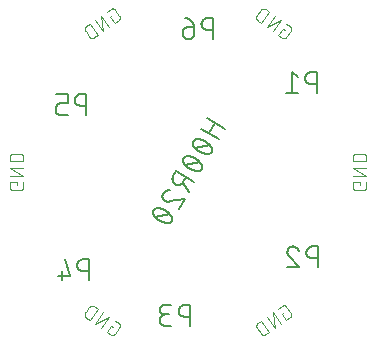
<source format=gbr>
G04 EAGLE Gerber RS-274X export*
G75*
%MOMM*%
%FSLAX34Y34*%
%LPD*%
%INSilkscreen Bottom*%
%IPPOS*%
%AMOC8*
5,1,8,0,0,1.08239X$1,22.5*%
G01*
%ADD10C,0.101600*%
%ADD11C,0.152400*%


D10*
X428096Y466183D02*
X426501Y467300D01*
X422778Y461983D01*
X425968Y459749D01*
X426051Y459694D01*
X426135Y459642D01*
X426222Y459593D01*
X426310Y459547D01*
X426400Y459505D01*
X426492Y459466D01*
X426585Y459431D01*
X426679Y459399D01*
X426774Y459371D01*
X426871Y459347D01*
X426968Y459326D01*
X427066Y459310D01*
X427165Y459296D01*
X427264Y459287D01*
X427363Y459282D01*
X427463Y459280D01*
X427562Y459282D01*
X427661Y459288D01*
X427760Y459298D01*
X427859Y459311D01*
X427957Y459329D01*
X428054Y459350D01*
X428150Y459374D01*
X428246Y459403D01*
X428340Y459435D01*
X428433Y459470D01*
X428524Y459509D01*
X428614Y459552D01*
X428702Y459598D01*
X428788Y459647D01*
X428873Y459700D01*
X428955Y459756D01*
X429035Y459815D01*
X429113Y459877D01*
X429188Y459942D01*
X429261Y460009D01*
X429331Y460080D01*
X429399Y460153D01*
X429463Y460229D01*
X429525Y460307D01*
X429584Y460387D01*
X433307Y465704D01*
X433362Y465787D01*
X433414Y465871D01*
X433463Y465958D01*
X433509Y466046D01*
X433551Y466136D01*
X433590Y466228D01*
X433625Y466321D01*
X433657Y466415D01*
X433685Y466510D01*
X433709Y466607D01*
X433730Y466704D01*
X433746Y466802D01*
X433760Y466901D01*
X433769Y467000D01*
X433774Y467099D01*
X433776Y467199D01*
X433774Y467298D01*
X433768Y467397D01*
X433758Y467496D01*
X433745Y467595D01*
X433727Y467693D01*
X433706Y467790D01*
X433682Y467886D01*
X433653Y467982D01*
X433621Y468076D01*
X433586Y468169D01*
X433547Y468260D01*
X433504Y468350D01*
X433458Y468438D01*
X433409Y468524D01*
X433356Y468609D01*
X433300Y468691D01*
X433241Y468771D01*
X433179Y468849D01*
X433114Y468924D01*
X433047Y468997D01*
X432976Y469067D01*
X432903Y469135D01*
X432827Y469199D01*
X432749Y469261D01*
X432669Y469320D01*
X432670Y469320D02*
X429479Y471554D01*
X424810Y474824D02*
X418108Y465253D01*
X412791Y468976D02*
X424810Y474824D01*
X419492Y478547D02*
X412791Y468976D01*
X408121Y472246D02*
X414822Y481817D01*
X412164Y483678D01*
X412164Y483679D02*
X412070Y483742D01*
X411974Y483802D01*
X411876Y483859D01*
X411776Y483912D01*
X411674Y483962D01*
X411570Y484008D01*
X411465Y484050D01*
X411359Y484089D01*
X411251Y484124D01*
X411142Y484155D01*
X411032Y484183D01*
X410921Y484206D01*
X410810Y484226D01*
X410698Y484242D01*
X410585Y484254D01*
X410472Y484262D01*
X410359Y484266D01*
X410245Y484266D01*
X410132Y484262D01*
X410019Y484254D01*
X409906Y484242D01*
X409794Y484226D01*
X409683Y484206D01*
X409572Y484183D01*
X409462Y484155D01*
X409353Y484124D01*
X409245Y484089D01*
X409139Y484050D01*
X409034Y484008D01*
X408930Y483962D01*
X408828Y483912D01*
X408728Y483859D01*
X408630Y483802D01*
X408534Y483742D01*
X408440Y483679D01*
X408349Y483612D01*
X408259Y483543D01*
X408172Y483470D01*
X408088Y483394D01*
X408007Y483315D01*
X407928Y483234D01*
X407852Y483150D01*
X407779Y483063D01*
X407710Y482974D01*
X407643Y482882D01*
X407644Y482881D02*
X404665Y478628D01*
X404602Y478534D01*
X404542Y478438D01*
X404485Y478340D01*
X404432Y478240D01*
X404382Y478138D01*
X404336Y478034D01*
X404294Y477929D01*
X404255Y477823D01*
X404220Y477715D01*
X404189Y477606D01*
X404161Y477496D01*
X404138Y477385D01*
X404118Y477274D01*
X404102Y477162D01*
X404090Y477049D01*
X404082Y476936D01*
X404078Y476823D01*
X404078Y476709D01*
X404082Y476596D01*
X404090Y476483D01*
X404102Y476370D01*
X404118Y476258D01*
X404138Y476147D01*
X404161Y476036D01*
X404189Y475926D01*
X404220Y475817D01*
X404255Y475709D01*
X404294Y475603D01*
X404336Y475498D01*
X404382Y475394D01*
X404432Y475292D01*
X404485Y475192D01*
X404542Y475094D01*
X404602Y474998D01*
X404665Y474904D01*
X404732Y474812D01*
X404801Y474723D01*
X404874Y474636D01*
X404950Y474552D01*
X405029Y474471D01*
X405110Y474392D01*
X405194Y474316D01*
X405281Y474243D01*
X405371Y474174D01*
X405462Y474107D01*
X408121Y472246D01*
X492049Y337254D02*
X492049Y335306D01*
X492049Y337254D02*
X485558Y337254D01*
X485558Y333359D01*
X485560Y333260D01*
X485566Y333160D01*
X485575Y333061D01*
X485588Y332963D01*
X485605Y332865D01*
X485626Y332767D01*
X485651Y332671D01*
X485679Y332576D01*
X485711Y332482D01*
X485746Y332389D01*
X485785Y332297D01*
X485828Y332207D01*
X485873Y332119D01*
X485923Y332032D01*
X485975Y331948D01*
X486031Y331865D01*
X486089Y331785D01*
X486151Y331707D01*
X486216Y331632D01*
X486284Y331559D01*
X486354Y331489D01*
X486427Y331421D01*
X486502Y331356D01*
X486580Y331294D01*
X486660Y331236D01*
X486743Y331180D01*
X486827Y331128D01*
X486914Y331078D01*
X487002Y331033D01*
X487092Y330990D01*
X487184Y330951D01*
X487277Y330916D01*
X487371Y330884D01*
X487466Y330856D01*
X487562Y330831D01*
X487660Y330810D01*
X487758Y330793D01*
X487856Y330780D01*
X487955Y330771D01*
X488055Y330765D01*
X488154Y330763D01*
X494646Y330763D01*
X494745Y330765D01*
X494845Y330771D01*
X494944Y330780D01*
X495042Y330793D01*
X495140Y330810D01*
X495238Y330831D01*
X495334Y330856D01*
X495429Y330884D01*
X495523Y330916D01*
X495616Y330951D01*
X495708Y330990D01*
X495798Y331033D01*
X495886Y331078D01*
X495973Y331128D01*
X496057Y331180D01*
X496140Y331236D01*
X496220Y331294D01*
X496298Y331356D01*
X496373Y331421D01*
X496446Y331489D01*
X496516Y331559D01*
X496584Y331632D01*
X496649Y331707D01*
X496711Y331785D01*
X496769Y331865D01*
X496825Y331948D01*
X496877Y332032D01*
X496927Y332119D01*
X496972Y332207D01*
X497015Y332297D01*
X497054Y332389D01*
X497089Y332481D01*
X497121Y332576D01*
X497149Y332671D01*
X497174Y332767D01*
X497195Y332865D01*
X497212Y332963D01*
X497225Y333061D01*
X497234Y333160D01*
X497240Y333260D01*
X497242Y333359D01*
X497242Y337254D01*
X497242Y342954D02*
X485558Y342954D01*
X485558Y349446D02*
X497242Y342954D01*
X497242Y349446D02*
X485558Y349446D01*
X485558Y355146D02*
X497242Y355146D01*
X497242Y358392D01*
X497240Y358505D01*
X497234Y358618D01*
X497224Y358731D01*
X497210Y358844D01*
X497193Y358956D01*
X497171Y359067D01*
X497146Y359177D01*
X497116Y359287D01*
X497083Y359395D01*
X497046Y359502D01*
X497006Y359608D01*
X496961Y359712D01*
X496913Y359815D01*
X496862Y359916D01*
X496807Y360015D01*
X496749Y360112D01*
X496687Y360207D01*
X496622Y360300D01*
X496554Y360390D01*
X496483Y360478D01*
X496408Y360564D01*
X496331Y360647D01*
X496251Y360727D01*
X496168Y360804D01*
X496082Y360879D01*
X495994Y360950D01*
X495904Y361018D01*
X495811Y361083D01*
X495716Y361145D01*
X495619Y361203D01*
X495520Y361258D01*
X495419Y361309D01*
X495316Y361357D01*
X495212Y361402D01*
X495106Y361442D01*
X494999Y361479D01*
X494891Y361512D01*
X494781Y361542D01*
X494671Y361567D01*
X494560Y361589D01*
X494448Y361606D01*
X494335Y361620D01*
X494222Y361630D01*
X494109Y361636D01*
X493996Y361638D01*
X488804Y361638D01*
X488691Y361636D01*
X488578Y361630D01*
X488465Y361620D01*
X488352Y361606D01*
X488240Y361589D01*
X488129Y361567D01*
X488019Y361542D01*
X487909Y361512D01*
X487801Y361479D01*
X487694Y361442D01*
X487588Y361402D01*
X487484Y361357D01*
X487381Y361309D01*
X487280Y361258D01*
X487181Y361203D01*
X487084Y361145D01*
X486989Y361083D01*
X486896Y361018D01*
X486806Y360950D01*
X486718Y360879D01*
X486632Y360804D01*
X486549Y360727D01*
X486469Y360647D01*
X486392Y360564D01*
X486317Y360478D01*
X486246Y360390D01*
X486178Y360300D01*
X486113Y360207D01*
X486051Y360112D01*
X485993Y360015D01*
X485938Y359916D01*
X485887Y359815D01*
X485839Y359712D01*
X485794Y359608D01*
X485754Y359502D01*
X485717Y359395D01*
X485684Y359287D01*
X485654Y359177D01*
X485629Y359067D01*
X485607Y358956D01*
X485590Y358844D01*
X485576Y358731D01*
X485566Y358618D01*
X485560Y358505D01*
X485558Y358392D01*
X485558Y355146D01*
X427351Y227280D02*
X425756Y226163D01*
X429479Y220846D01*
X432670Y223080D01*
X432669Y223080D02*
X432749Y223139D01*
X432827Y223201D01*
X432903Y223265D01*
X432976Y223333D01*
X433047Y223403D01*
X433114Y223476D01*
X433179Y223551D01*
X433241Y223629D01*
X433300Y223709D01*
X433356Y223791D01*
X433409Y223876D01*
X433458Y223962D01*
X433504Y224050D01*
X433547Y224140D01*
X433586Y224231D01*
X433621Y224324D01*
X433653Y224418D01*
X433682Y224514D01*
X433706Y224610D01*
X433727Y224707D01*
X433745Y224805D01*
X433758Y224904D01*
X433768Y225003D01*
X433774Y225102D01*
X433776Y225201D01*
X433774Y225301D01*
X433769Y225400D01*
X433759Y225499D01*
X433746Y225598D01*
X433730Y225696D01*
X433709Y225793D01*
X433685Y225890D01*
X433657Y225985D01*
X433625Y226079D01*
X433590Y226172D01*
X433551Y226264D01*
X433509Y226354D01*
X433463Y226442D01*
X433414Y226529D01*
X433362Y226613D01*
X433307Y226696D01*
X429584Y232013D01*
X429525Y232093D01*
X429463Y232171D01*
X429399Y232247D01*
X429331Y232320D01*
X429261Y232391D01*
X429188Y232458D01*
X429113Y232523D01*
X429035Y232585D01*
X428955Y232644D01*
X428873Y232700D01*
X428788Y232753D01*
X428702Y232802D01*
X428614Y232848D01*
X428524Y232891D01*
X428433Y232930D01*
X428340Y232965D01*
X428246Y232997D01*
X428150Y233026D01*
X428054Y233050D01*
X427957Y233071D01*
X427859Y233089D01*
X427760Y233102D01*
X427661Y233112D01*
X427562Y233118D01*
X427463Y233120D01*
X427363Y233118D01*
X427264Y233113D01*
X427165Y233104D01*
X427066Y233090D01*
X426968Y233074D01*
X426871Y233053D01*
X426774Y233029D01*
X426679Y233001D01*
X426585Y232969D01*
X426492Y232934D01*
X426400Y232895D01*
X426310Y232853D01*
X426222Y232807D01*
X426135Y232758D01*
X426051Y232706D01*
X425968Y232651D01*
X422778Y230417D01*
X418108Y227147D02*
X424809Y217576D01*
X419492Y213853D02*
X418108Y227147D01*
X412791Y223424D02*
X419492Y213853D01*
X414822Y210583D02*
X408121Y220154D01*
X405462Y218292D01*
X405462Y218293D02*
X405371Y218226D01*
X405281Y218157D01*
X405194Y218084D01*
X405110Y218008D01*
X405029Y217929D01*
X404950Y217848D01*
X404874Y217764D01*
X404801Y217677D01*
X404732Y217588D01*
X404665Y217496D01*
X404602Y217402D01*
X404542Y217306D01*
X404485Y217208D01*
X404432Y217108D01*
X404382Y217006D01*
X404336Y216902D01*
X404294Y216797D01*
X404255Y216691D01*
X404220Y216583D01*
X404189Y216474D01*
X404161Y216364D01*
X404138Y216253D01*
X404118Y216142D01*
X404102Y216030D01*
X404090Y215917D01*
X404082Y215804D01*
X404078Y215691D01*
X404078Y215577D01*
X404082Y215464D01*
X404090Y215351D01*
X404102Y215238D01*
X404118Y215126D01*
X404138Y215015D01*
X404161Y214904D01*
X404189Y214794D01*
X404220Y214685D01*
X404255Y214577D01*
X404294Y214471D01*
X404336Y214366D01*
X404382Y214262D01*
X404432Y214160D01*
X404485Y214060D01*
X404542Y213962D01*
X404602Y213866D01*
X404665Y213772D01*
X407644Y209518D01*
X407643Y209518D02*
X407710Y209427D01*
X407779Y209337D01*
X407852Y209250D01*
X407928Y209166D01*
X408007Y209085D01*
X408088Y209006D01*
X408172Y208930D01*
X408259Y208857D01*
X408349Y208788D01*
X408440Y208721D01*
X408534Y208658D01*
X408630Y208598D01*
X408728Y208541D01*
X408828Y208488D01*
X408930Y208438D01*
X409034Y208392D01*
X409139Y208350D01*
X409245Y208311D01*
X409353Y208276D01*
X409462Y208245D01*
X409572Y208217D01*
X409683Y208194D01*
X409794Y208174D01*
X409906Y208158D01*
X410019Y208146D01*
X410132Y208138D01*
X410245Y208134D01*
X410359Y208134D01*
X410472Y208138D01*
X410585Y208146D01*
X410698Y208158D01*
X410810Y208174D01*
X410921Y208194D01*
X411032Y208217D01*
X411142Y208245D01*
X411251Y208276D01*
X411359Y208311D01*
X411465Y208350D01*
X411570Y208392D01*
X411674Y208438D01*
X411776Y208488D01*
X411876Y208541D01*
X411974Y208598D01*
X412070Y208658D01*
X412164Y208721D01*
X414822Y210583D01*
X282896Y214783D02*
X281301Y215900D01*
X277578Y210583D01*
X280768Y208349D01*
X280851Y208294D01*
X280935Y208242D01*
X281022Y208193D01*
X281110Y208147D01*
X281200Y208105D01*
X281292Y208066D01*
X281385Y208031D01*
X281479Y207999D01*
X281574Y207971D01*
X281671Y207947D01*
X281768Y207926D01*
X281866Y207910D01*
X281965Y207896D01*
X282064Y207887D01*
X282163Y207882D01*
X282263Y207880D01*
X282362Y207882D01*
X282461Y207888D01*
X282560Y207898D01*
X282659Y207911D01*
X282757Y207929D01*
X282854Y207950D01*
X282950Y207974D01*
X283046Y208003D01*
X283140Y208035D01*
X283233Y208070D01*
X283324Y208109D01*
X283414Y208152D01*
X283502Y208198D01*
X283588Y208247D01*
X283673Y208300D01*
X283755Y208356D01*
X283835Y208415D01*
X283913Y208477D01*
X283988Y208542D01*
X284061Y208609D01*
X284131Y208680D01*
X284199Y208753D01*
X284263Y208829D01*
X284325Y208907D01*
X284384Y208987D01*
X288107Y214304D01*
X288162Y214387D01*
X288214Y214471D01*
X288263Y214558D01*
X288309Y214646D01*
X288351Y214736D01*
X288390Y214828D01*
X288425Y214921D01*
X288457Y215015D01*
X288485Y215110D01*
X288509Y215207D01*
X288530Y215304D01*
X288546Y215402D01*
X288560Y215501D01*
X288569Y215600D01*
X288574Y215699D01*
X288576Y215799D01*
X288574Y215898D01*
X288568Y215997D01*
X288558Y216096D01*
X288545Y216195D01*
X288527Y216293D01*
X288506Y216390D01*
X288482Y216486D01*
X288453Y216582D01*
X288421Y216676D01*
X288386Y216769D01*
X288347Y216860D01*
X288304Y216950D01*
X288258Y217038D01*
X288209Y217124D01*
X288156Y217209D01*
X288100Y217291D01*
X288041Y217371D01*
X287979Y217449D01*
X287914Y217524D01*
X287847Y217597D01*
X287776Y217667D01*
X287703Y217735D01*
X287627Y217799D01*
X287549Y217861D01*
X287469Y217920D01*
X287470Y217920D02*
X284279Y220154D01*
X279610Y223424D02*
X272908Y213853D01*
X267591Y217576D02*
X279610Y223424D01*
X274292Y227147D02*
X267591Y217576D01*
X262921Y220846D02*
X269622Y230417D01*
X266964Y232278D01*
X266964Y232279D02*
X266870Y232342D01*
X266774Y232402D01*
X266676Y232459D01*
X266576Y232512D01*
X266474Y232562D01*
X266370Y232608D01*
X266265Y232650D01*
X266159Y232689D01*
X266051Y232724D01*
X265942Y232755D01*
X265832Y232783D01*
X265721Y232806D01*
X265610Y232826D01*
X265498Y232842D01*
X265385Y232854D01*
X265272Y232862D01*
X265159Y232866D01*
X265045Y232866D01*
X264932Y232862D01*
X264819Y232854D01*
X264706Y232842D01*
X264594Y232826D01*
X264483Y232806D01*
X264372Y232783D01*
X264262Y232755D01*
X264153Y232724D01*
X264045Y232689D01*
X263939Y232650D01*
X263834Y232608D01*
X263730Y232562D01*
X263628Y232512D01*
X263528Y232459D01*
X263430Y232402D01*
X263334Y232342D01*
X263240Y232279D01*
X263149Y232212D01*
X263059Y232143D01*
X262972Y232070D01*
X262888Y231994D01*
X262807Y231915D01*
X262728Y231834D01*
X262652Y231750D01*
X262579Y231663D01*
X262510Y231574D01*
X262443Y231482D01*
X262444Y231481D02*
X259465Y227228D01*
X259402Y227134D01*
X259342Y227038D01*
X259285Y226940D01*
X259232Y226840D01*
X259182Y226738D01*
X259136Y226634D01*
X259094Y226529D01*
X259055Y226423D01*
X259020Y226315D01*
X258989Y226206D01*
X258961Y226096D01*
X258938Y225985D01*
X258918Y225874D01*
X258902Y225762D01*
X258890Y225649D01*
X258882Y225536D01*
X258878Y225423D01*
X258878Y225309D01*
X258882Y225196D01*
X258890Y225083D01*
X258902Y224970D01*
X258918Y224858D01*
X258938Y224747D01*
X258961Y224636D01*
X258989Y224526D01*
X259020Y224417D01*
X259055Y224309D01*
X259094Y224203D01*
X259136Y224098D01*
X259182Y223994D01*
X259232Y223892D01*
X259285Y223792D01*
X259342Y223694D01*
X259402Y223598D01*
X259465Y223504D01*
X259532Y223412D01*
X259601Y223323D01*
X259674Y223236D01*
X259750Y223152D01*
X259829Y223071D01*
X259910Y222992D01*
X259994Y222916D01*
X260081Y222843D01*
X260171Y222774D01*
X260262Y222707D01*
X262921Y220846D01*
X201649Y335306D02*
X201649Y337254D01*
X195158Y337254D01*
X195158Y333359D01*
X195160Y333260D01*
X195166Y333160D01*
X195175Y333061D01*
X195188Y332963D01*
X195205Y332865D01*
X195226Y332767D01*
X195251Y332671D01*
X195279Y332576D01*
X195311Y332482D01*
X195346Y332389D01*
X195385Y332297D01*
X195428Y332207D01*
X195473Y332119D01*
X195523Y332032D01*
X195575Y331948D01*
X195631Y331865D01*
X195689Y331785D01*
X195751Y331707D01*
X195816Y331632D01*
X195884Y331559D01*
X195954Y331489D01*
X196027Y331421D01*
X196102Y331356D01*
X196180Y331294D01*
X196260Y331236D01*
X196343Y331180D01*
X196427Y331128D01*
X196514Y331078D01*
X196602Y331033D01*
X196692Y330990D01*
X196784Y330951D01*
X196877Y330916D01*
X196971Y330884D01*
X197066Y330856D01*
X197162Y330831D01*
X197260Y330810D01*
X197358Y330793D01*
X197456Y330780D01*
X197555Y330771D01*
X197655Y330765D01*
X197754Y330763D01*
X204246Y330763D01*
X204345Y330765D01*
X204445Y330771D01*
X204544Y330780D01*
X204642Y330793D01*
X204740Y330810D01*
X204838Y330831D01*
X204934Y330856D01*
X205029Y330884D01*
X205123Y330916D01*
X205216Y330951D01*
X205308Y330990D01*
X205398Y331033D01*
X205486Y331078D01*
X205573Y331128D01*
X205657Y331180D01*
X205740Y331236D01*
X205820Y331294D01*
X205898Y331356D01*
X205973Y331421D01*
X206046Y331489D01*
X206116Y331559D01*
X206184Y331632D01*
X206249Y331707D01*
X206311Y331785D01*
X206369Y331865D01*
X206425Y331948D01*
X206477Y332032D01*
X206527Y332119D01*
X206572Y332207D01*
X206615Y332297D01*
X206654Y332389D01*
X206689Y332481D01*
X206721Y332576D01*
X206749Y332671D01*
X206774Y332767D01*
X206795Y332865D01*
X206812Y332963D01*
X206825Y333061D01*
X206834Y333160D01*
X206840Y333260D01*
X206842Y333359D01*
X206842Y337254D01*
X206842Y342954D02*
X195158Y342954D01*
X195158Y349446D02*
X206842Y342954D01*
X206842Y349446D02*
X195158Y349446D01*
X195158Y355146D02*
X206842Y355146D01*
X206842Y358392D01*
X206840Y358505D01*
X206834Y358618D01*
X206824Y358731D01*
X206810Y358844D01*
X206793Y358956D01*
X206771Y359067D01*
X206746Y359177D01*
X206716Y359287D01*
X206683Y359395D01*
X206646Y359502D01*
X206606Y359608D01*
X206561Y359712D01*
X206513Y359815D01*
X206462Y359916D01*
X206407Y360015D01*
X206349Y360112D01*
X206287Y360207D01*
X206222Y360300D01*
X206154Y360390D01*
X206083Y360478D01*
X206008Y360564D01*
X205931Y360647D01*
X205851Y360727D01*
X205768Y360804D01*
X205682Y360879D01*
X205594Y360950D01*
X205504Y361018D01*
X205411Y361083D01*
X205316Y361145D01*
X205219Y361203D01*
X205120Y361258D01*
X205019Y361309D01*
X204916Y361357D01*
X204812Y361402D01*
X204706Y361442D01*
X204599Y361479D01*
X204491Y361512D01*
X204381Y361542D01*
X204271Y361567D01*
X204160Y361589D01*
X204048Y361606D01*
X203935Y361620D01*
X203822Y361630D01*
X203709Y361636D01*
X203596Y361638D01*
X198404Y361638D01*
X198291Y361636D01*
X198178Y361630D01*
X198065Y361620D01*
X197952Y361606D01*
X197840Y361589D01*
X197729Y361567D01*
X197619Y361542D01*
X197509Y361512D01*
X197401Y361479D01*
X197294Y361442D01*
X197188Y361402D01*
X197084Y361357D01*
X196981Y361309D01*
X196880Y361258D01*
X196781Y361203D01*
X196684Y361145D01*
X196589Y361083D01*
X196496Y361018D01*
X196406Y360950D01*
X196318Y360879D01*
X196232Y360804D01*
X196149Y360727D01*
X196069Y360647D01*
X195992Y360564D01*
X195917Y360478D01*
X195846Y360390D01*
X195778Y360300D01*
X195713Y360207D01*
X195651Y360112D01*
X195593Y360015D01*
X195538Y359916D01*
X195487Y359815D01*
X195439Y359712D01*
X195394Y359608D01*
X195354Y359502D01*
X195317Y359395D01*
X195284Y359287D01*
X195254Y359177D01*
X195229Y359067D01*
X195207Y358956D01*
X195190Y358844D01*
X195176Y358731D01*
X195166Y358618D01*
X195160Y358505D01*
X195158Y358392D01*
X195158Y355146D01*
X280556Y477563D02*
X282151Y478680D01*
X280556Y477563D02*
X284279Y472246D01*
X287470Y474480D01*
X287469Y474480D02*
X287549Y474539D01*
X287627Y474601D01*
X287703Y474665D01*
X287776Y474733D01*
X287847Y474803D01*
X287914Y474876D01*
X287979Y474951D01*
X288041Y475029D01*
X288100Y475109D01*
X288156Y475191D01*
X288209Y475276D01*
X288258Y475362D01*
X288304Y475450D01*
X288347Y475540D01*
X288386Y475631D01*
X288421Y475724D01*
X288453Y475818D01*
X288482Y475914D01*
X288506Y476010D01*
X288527Y476107D01*
X288545Y476205D01*
X288558Y476304D01*
X288568Y476403D01*
X288574Y476502D01*
X288576Y476601D01*
X288574Y476701D01*
X288569Y476800D01*
X288559Y476899D01*
X288546Y476998D01*
X288530Y477096D01*
X288509Y477193D01*
X288485Y477290D01*
X288457Y477385D01*
X288425Y477479D01*
X288390Y477572D01*
X288351Y477664D01*
X288309Y477754D01*
X288263Y477842D01*
X288214Y477929D01*
X288162Y478013D01*
X288107Y478096D01*
X284384Y483413D01*
X284325Y483493D01*
X284263Y483571D01*
X284199Y483647D01*
X284131Y483720D01*
X284061Y483791D01*
X283988Y483858D01*
X283913Y483923D01*
X283835Y483985D01*
X283755Y484044D01*
X283673Y484100D01*
X283588Y484153D01*
X283502Y484202D01*
X283414Y484248D01*
X283324Y484291D01*
X283233Y484330D01*
X283140Y484365D01*
X283046Y484397D01*
X282950Y484426D01*
X282854Y484450D01*
X282757Y484471D01*
X282659Y484489D01*
X282560Y484502D01*
X282461Y484512D01*
X282362Y484518D01*
X282263Y484520D01*
X282163Y484518D01*
X282064Y484513D01*
X281965Y484504D01*
X281866Y484490D01*
X281768Y484474D01*
X281671Y484453D01*
X281574Y484429D01*
X281479Y484401D01*
X281385Y484369D01*
X281292Y484334D01*
X281200Y484295D01*
X281110Y484253D01*
X281022Y484207D01*
X280935Y484158D01*
X280851Y484106D01*
X280768Y484051D01*
X277578Y481817D01*
X272908Y478547D02*
X279609Y468976D01*
X274292Y465253D02*
X272908Y478547D01*
X267591Y474824D02*
X274292Y465253D01*
X269622Y461983D02*
X262921Y471554D01*
X260262Y469692D01*
X260262Y469693D02*
X260171Y469626D01*
X260081Y469557D01*
X259994Y469484D01*
X259910Y469408D01*
X259829Y469329D01*
X259750Y469248D01*
X259674Y469164D01*
X259601Y469077D01*
X259532Y468988D01*
X259465Y468896D01*
X259402Y468802D01*
X259342Y468706D01*
X259285Y468608D01*
X259232Y468508D01*
X259182Y468406D01*
X259136Y468302D01*
X259094Y468197D01*
X259055Y468091D01*
X259020Y467983D01*
X258989Y467874D01*
X258961Y467764D01*
X258938Y467653D01*
X258918Y467542D01*
X258902Y467430D01*
X258890Y467317D01*
X258882Y467204D01*
X258878Y467091D01*
X258878Y466977D01*
X258882Y466864D01*
X258890Y466751D01*
X258902Y466638D01*
X258918Y466526D01*
X258938Y466415D01*
X258961Y466304D01*
X258989Y466194D01*
X259020Y466085D01*
X259055Y465977D01*
X259094Y465871D01*
X259136Y465766D01*
X259182Y465662D01*
X259232Y465560D01*
X259285Y465460D01*
X259342Y465362D01*
X259402Y465266D01*
X259465Y465172D01*
X262444Y460918D01*
X262443Y460918D02*
X262510Y460827D01*
X262579Y460737D01*
X262652Y460650D01*
X262728Y460566D01*
X262807Y460485D01*
X262888Y460406D01*
X262972Y460330D01*
X263059Y460257D01*
X263149Y460188D01*
X263240Y460121D01*
X263334Y460058D01*
X263430Y459998D01*
X263528Y459941D01*
X263628Y459888D01*
X263730Y459838D01*
X263834Y459792D01*
X263939Y459750D01*
X264045Y459711D01*
X264153Y459676D01*
X264262Y459645D01*
X264372Y459617D01*
X264483Y459594D01*
X264594Y459574D01*
X264706Y459558D01*
X264819Y459546D01*
X264932Y459538D01*
X265045Y459534D01*
X265159Y459534D01*
X265272Y459538D01*
X265385Y459546D01*
X265498Y459558D01*
X265610Y459574D01*
X265721Y459594D01*
X265832Y459617D01*
X265942Y459645D01*
X266051Y459676D01*
X266159Y459711D01*
X266265Y459750D01*
X266370Y459792D01*
X266474Y459838D01*
X266576Y459888D01*
X266676Y459941D01*
X266774Y459998D01*
X266870Y460058D01*
X266964Y460121D01*
X269622Y461983D01*
D11*
X455250Y430686D02*
X455250Y412906D01*
X455250Y430686D02*
X450312Y430686D01*
X450172Y430684D01*
X450033Y430678D01*
X449893Y430668D01*
X449754Y430654D01*
X449615Y430637D01*
X449477Y430615D01*
X449340Y430589D01*
X449203Y430560D01*
X449067Y430527D01*
X448933Y430490D01*
X448799Y430449D01*
X448667Y430404D01*
X448535Y430355D01*
X448406Y430303D01*
X448278Y430248D01*
X448151Y430188D01*
X448026Y430125D01*
X447903Y430059D01*
X447782Y429989D01*
X447663Y429916D01*
X447546Y429839D01*
X447432Y429759D01*
X447319Y429676D01*
X447209Y429590D01*
X447102Y429500D01*
X446997Y429408D01*
X446895Y429313D01*
X446795Y429215D01*
X446698Y429114D01*
X446604Y429010D01*
X446514Y428904D01*
X446426Y428795D01*
X446341Y428684D01*
X446260Y428570D01*
X446181Y428455D01*
X446106Y428337D01*
X446035Y428217D01*
X445967Y428094D01*
X445902Y427971D01*
X445841Y427845D01*
X445783Y427717D01*
X445729Y427589D01*
X445679Y427458D01*
X445632Y427326D01*
X445589Y427193D01*
X445550Y427059D01*
X445515Y426924D01*
X445484Y426788D01*
X445456Y426650D01*
X445433Y426513D01*
X445413Y426374D01*
X445397Y426235D01*
X445385Y426096D01*
X445377Y425957D01*
X445373Y425817D01*
X445373Y425677D01*
X445377Y425537D01*
X445385Y425398D01*
X445397Y425259D01*
X445413Y425120D01*
X445433Y424981D01*
X445456Y424844D01*
X445484Y424706D01*
X445515Y424570D01*
X445550Y424435D01*
X445589Y424301D01*
X445632Y424168D01*
X445679Y424036D01*
X445729Y423905D01*
X445783Y423777D01*
X445841Y423649D01*
X445902Y423523D01*
X445967Y423400D01*
X446035Y423278D01*
X446106Y423157D01*
X446181Y423039D01*
X446260Y422924D01*
X446341Y422810D01*
X446426Y422699D01*
X446514Y422590D01*
X446604Y422484D01*
X446698Y422380D01*
X446795Y422279D01*
X446895Y422181D01*
X446997Y422086D01*
X447102Y421994D01*
X447209Y421904D01*
X447319Y421818D01*
X447432Y421735D01*
X447546Y421655D01*
X447663Y421578D01*
X447782Y421505D01*
X447903Y421435D01*
X448026Y421369D01*
X448151Y421306D01*
X448278Y421246D01*
X448406Y421191D01*
X448535Y421139D01*
X448667Y421090D01*
X448799Y421045D01*
X448933Y421004D01*
X449067Y420967D01*
X449203Y420934D01*
X449340Y420905D01*
X449477Y420879D01*
X449615Y420857D01*
X449754Y420840D01*
X449893Y420826D01*
X450033Y420816D01*
X450172Y420810D01*
X450312Y420808D01*
X455250Y420808D01*
X439255Y426735D02*
X434316Y430686D01*
X434316Y412906D01*
X429378Y412906D02*
X439255Y412906D01*
X456266Y283050D02*
X456266Y265270D01*
X456266Y283050D02*
X451328Y283050D01*
X451188Y283048D01*
X451049Y283042D01*
X450909Y283032D01*
X450770Y283018D01*
X450631Y283001D01*
X450493Y282979D01*
X450356Y282953D01*
X450219Y282924D01*
X450083Y282891D01*
X449949Y282854D01*
X449815Y282813D01*
X449683Y282768D01*
X449551Y282719D01*
X449422Y282667D01*
X449294Y282612D01*
X449167Y282552D01*
X449042Y282489D01*
X448919Y282423D01*
X448798Y282353D01*
X448679Y282280D01*
X448562Y282203D01*
X448448Y282123D01*
X448335Y282040D01*
X448225Y281954D01*
X448118Y281864D01*
X448013Y281772D01*
X447911Y281677D01*
X447811Y281579D01*
X447714Y281478D01*
X447620Y281374D01*
X447530Y281268D01*
X447442Y281159D01*
X447357Y281048D01*
X447276Y280934D01*
X447197Y280819D01*
X447122Y280701D01*
X447051Y280581D01*
X446983Y280458D01*
X446918Y280335D01*
X446857Y280209D01*
X446799Y280081D01*
X446745Y279953D01*
X446695Y279822D01*
X446648Y279690D01*
X446605Y279557D01*
X446566Y279423D01*
X446531Y279288D01*
X446500Y279152D01*
X446472Y279014D01*
X446449Y278877D01*
X446429Y278738D01*
X446413Y278599D01*
X446401Y278460D01*
X446393Y278321D01*
X446389Y278181D01*
X446389Y278041D01*
X446393Y277901D01*
X446401Y277762D01*
X446413Y277623D01*
X446429Y277484D01*
X446449Y277345D01*
X446472Y277208D01*
X446500Y277070D01*
X446531Y276934D01*
X446566Y276799D01*
X446605Y276665D01*
X446648Y276532D01*
X446695Y276400D01*
X446745Y276269D01*
X446799Y276141D01*
X446857Y276013D01*
X446918Y275887D01*
X446983Y275764D01*
X447051Y275642D01*
X447122Y275521D01*
X447197Y275403D01*
X447276Y275288D01*
X447357Y275174D01*
X447442Y275063D01*
X447530Y274954D01*
X447620Y274848D01*
X447714Y274744D01*
X447811Y274643D01*
X447911Y274545D01*
X448013Y274450D01*
X448118Y274358D01*
X448225Y274268D01*
X448335Y274182D01*
X448448Y274099D01*
X448562Y274019D01*
X448679Y273942D01*
X448798Y273869D01*
X448919Y273799D01*
X449042Y273733D01*
X449167Y273670D01*
X449294Y273610D01*
X449422Y273555D01*
X449551Y273503D01*
X449683Y273454D01*
X449815Y273409D01*
X449949Y273368D01*
X450083Y273331D01*
X450219Y273298D01*
X450356Y273269D01*
X450493Y273243D01*
X450631Y273221D01*
X450770Y273204D01*
X450909Y273190D01*
X451049Y273180D01*
X451188Y273174D01*
X451328Y273172D01*
X456266Y273172D01*
X434839Y283050D02*
X434707Y283048D01*
X434576Y283042D01*
X434444Y283032D01*
X434313Y283019D01*
X434183Y283001D01*
X434053Y282980D01*
X433923Y282955D01*
X433795Y282926D01*
X433667Y282893D01*
X433541Y282856D01*
X433415Y282816D01*
X433291Y282772D01*
X433168Y282724D01*
X433047Y282673D01*
X432927Y282618D01*
X432809Y282560D01*
X432693Y282498D01*
X432579Y282432D01*
X432466Y282364D01*
X432356Y282292D01*
X432248Y282217D01*
X432142Y282138D01*
X432038Y282057D01*
X431937Y281972D01*
X431839Y281885D01*
X431743Y281794D01*
X431650Y281701D01*
X431559Y281605D01*
X431472Y281507D01*
X431387Y281406D01*
X431306Y281302D01*
X431227Y281196D01*
X431152Y281088D01*
X431080Y280978D01*
X431012Y280865D01*
X430946Y280751D01*
X430884Y280635D01*
X430826Y280517D01*
X430771Y280397D01*
X430720Y280276D01*
X430672Y280153D01*
X430628Y280029D01*
X430588Y279903D01*
X430551Y279777D01*
X430518Y279649D01*
X430489Y279521D01*
X430464Y279391D01*
X430443Y279261D01*
X430425Y279131D01*
X430412Y279000D01*
X430402Y278868D01*
X430396Y278737D01*
X430394Y278605D01*
X434839Y283050D02*
X434989Y283048D01*
X435138Y283042D01*
X435287Y283032D01*
X435436Y283019D01*
X435585Y283001D01*
X435733Y282980D01*
X435881Y282954D01*
X436027Y282925D01*
X436173Y282892D01*
X436318Y282855D01*
X436462Y282814D01*
X436605Y282770D01*
X436747Y282722D01*
X436887Y282670D01*
X437026Y282615D01*
X437164Y282556D01*
X437299Y282493D01*
X437434Y282427D01*
X437566Y282357D01*
X437696Y282284D01*
X437825Y282207D01*
X437952Y282127D01*
X438076Y282044D01*
X438198Y281958D01*
X438318Y281868D01*
X438435Y281775D01*
X438550Y281680D01*
X438663Y281581D01*
X438773Y281479D01*
X438880Y281375D01*
X438984Y281268D01*
X439086Y281158D01*
X439184Y281045D01*
X439280Y280930D01*
X439372Y280812D01*
X439462Y280692D01*
X439548Y280570D01*
X439631Y280446D01*
X439711Y280319D01*
X439787Y280191D01*
X439860Y280060D01*
X439930Y279927D01*
X439996Y279793D01*
X440058Y279657D01*
X440117Y279520D01*
X440173Y279381D01*
X440224Y279240D01*
X440272Y279099D01*
X431876Y275148D02*
X431780Y275241D01*
X431688Y275337D01*
X431598Y275436D01*
X431511Y275537D01*
X431427Y275640D01*
X431345Y275745D01*
X431267Y275853D01*
X431192Y275963D01*
X431119Y276075D01*
X431050Y276189D01*
X430984Y276305D01*
X430922Y276423D01*
X430863Y276542D01*
X430807Y276663D01*
X430754Y276786D01*
X430705Y276910D01*
X430660Y277035D01*
X430617Y277162D01*
X430579Y277289D01*
X430544Y277418D01*
X430513Y277547D01*
X430485Y277678D01*
X430461Y277809D01*
X430440Y277941D01*
X430424Y278073D01*
X430411Y278206D01*
X430401Y278339D01*
X430396Y278472D01*
X430394Y278605D01*
X431875Y275148D02*
X440271Y265270D01*
X430394Y265270D01*
X348214Y233490D02*
X348214Y215710D01*
X348214Y233490D02*
X343276Y233490D01*
X343136Y233488D01*
X342997Y233482D01*
X342857Y233472D01*
X342718Y233458D01*
X342579Y233441D01*
X342441Y233419D01*
X342304Y233393D01*
X342167Y233364D01*
X342031Y233331D01*
X341897Y233294D01*
X341763Y233253D01*
X341631Y233208D01*
X341499Y233159D01*
X341370Y233107D01*
X341242Y233052D01*
X341115Y232992D01*
X340990Y232929D01*
X340867Y232863D01*
X340746Y232793D01*
X340627Y232720D01*
X340510Y232643D01*
X340396Y232563D01*
X340283Y232480D01*
X340173Y232394D01*
X340066Y232304D01*
X339961Y232212D01*
X339859Y232117D01*
X339759Y232019D01*
X339662Y231918D01*
X339568Y231814D01*
X339478Y231708D01*
X339390Y231599D01*
X339305Y231488D01*
X339224Y231374D01*
X339145Y231259D01*
X339070Y231141D01*
X338999Y231021D01*
X338931Y230898D01*
X338866Y230775D01*
X338805Y230649D01*
X338747Y230521D01*
X338693Y230393D01*
X338643Y230262D01*
X338596Y230130D01*
X338553Y229997D01*
X338514Y229863D01*
X338479Y229728D01*
X338448Y229592D01*
X338420Y229454D01*
X338397Y229317D01*
X338377Y229178D01*
X338361Y229039D01*
X338349Y228900D01*
X338341Y228761D01*
X338337Y228621D01*
X338337Y228481D01*
X338341Y228341D01*
X338349Y228202D01*
X338361Y228063D01*
X338377Y227924D01*
X338397Y227785D01*
X338420Y227648D01*
X338448Y227510D01*
X338479Y227374D01*
X338514Y227239D01*
X338553Y227105D01*
X338596Y226972D01*
X338643Y226840D01*
X338693Y226709D01*
X338747Y226581D01*
X338805Y226453D01*
X338866Y226327D01*
X338931Y226204D01*
X338999Y226081D01*
X339070Y225961D01*
X339145Y225843D01*
X339224Y225728D01*
X339305Y225614D01*
X339390Y225503D01*
X339478Y225394D01*
X339568Y225288D01*
X339662Y225184D01*
X339759Y225083D01*
X339859Y224985D01*
X339961Y224890D01*
X340066Y224798D01*
X340173Y224708D01*
X340283Y224622D01*
X340396Y224539D01*
X340510Y224459D01*
X340627Y224382D01*
X340746Y224309D01*
X340867Y224239D01*
X340990Y224173D01*
X341115Y224110D01*
X341242Y224050D01*
X341370Y223995D01*
X341499Y223943D01*
X341631Y223894D01*
X341763Y223849D01*
X341897Y223808D01*
X342031Y223771D01*
X342167Y223738D01*
X342304Y223709D01*
X342441Y223683D01*
X342579Y223661D01*
X342718Y223644D01*
X342857Y223630D01*
X342997Y223620D01*
X343136Y223614D01*
X343276Y223612D01*
X348214Y223612D01*
X332219Y215710D02*
X327280Y215710D01*
X327140Y215712D01*
X327001Y215718D01*
X326861Y215728D01*
X326722Y215742D01*
X326583Y215759D01*
X326445Y215781D01*
X326308Y215807D01*
X326171Y215836D01*
X326035Y215869D01*
X325901Y215906D01*
X325767Y215947D01*
X325635Y215992D01*
X325503Y216041D01*
X325374Y216093D01*
X325246Y216148D01*
X325119Y216208D01*
X324994Y216271D01*
X324871Y216337D01*
X324750Y216407D01*
X324631Y216480D01*
X324514Y216557D01*
X324400Y216637D01*
X324287Y216720D01*
X324177Y216806D01*
X324070Y216896D01*
X323965Y216988D01*
X323863Y217083D01*
X323763Y217181D01*
X323666Y217282D01*
X323572Y217386D01*
X323482Y217492D01*
X323394Y217601D01*
X323309Y217712D01*
X323228Y217826D01*
X323149Y217941D01*
X323074Y218059D01*
X323003Y218179D01*
X322935Y218302D01*
X322870Y218425D01*
X322809Y218551D01*
X322751Y218679D01*
X322697Y218807D01*
X322647Y218938D01*
X322600Y219070D01*
X322557Y219203D01*
X322518Y219337D01*
X322483Y219472D01*
X322452Y219608D01*
X322424Y219746D01*
X322401Y219883D01*
X322381Y220022D01*
X322365Y220161D01*
X322353Y220300D01*
X322345Y220439D01*
X322341Y220579D01*
X322341Y220719D01*
X322345Y220859D01*
X322353Y220998D01*
X322365Y221137D01*
X322381Y221276D01*
X322401Y221415D01*
X322424Y221552D01*
X322452Y221690D01*
X322483Y221826D01*
X322518Y221961D01*
X322557Y222095D01*
X322600Y222228D01*
X322647Y222360D01*
X322697Y222491D01*
X322751Y222619D01*
X322809Y222747D01*
X322870Y222873D01*
X322935Y222996D01*
X323003Y223119D01*
X323074Y223239D01*
X323149Y223357D01*
X323228Y223472D01*
X323309Y223586D01*
X323394Y223697D01*
X323482Y223806D01*
X323572Y223912D01*
X323666Y224016D01*
X323763Y224117D01*
X323863Y224215D01*
X323965Y224310D01*
X324070Y224402D01*
X324177Y224492D01*
X324287Y224578D01*
X324400Y224661D01*
X324514Y224741D01*
X324631Y224818D01*
X324750Y224891D01*
X324871Y224961D01*
X324994Y225027D01*
X325119Y225090D01*
X325246Y225150D01*
X325374Y225205D01*
X325503Y225257D01*
X325635Y225306D01*
X325767Y225351D01*
X325901Y225392D01*
X326035Y225429D01*
X326171Y225462D01*
X326308Y225491D01*
X326445Y225517D01*
X326583Y225539D01*
X326722Y225556D01*
X326861Y225570D01*
X327001Y225580D01*
X327140Y225586D01*
X327280Y225588D01*
X326293Y233490D02*
X332219Y233490D01*
X326293Y233490D02*
X326169Y233488D01*
X326045Y233482D01*
X325921Y233472D01*
X325798Y233459D01*
X325675Y233441D01*
X325553Y233420D01*
X325431Y233395D01*
X325310Y233366D01*
X325191Y233333D01*
X325072Y233297D01*
X324955Y233256D01*
X324839Y233213D01*
X324724Y233165D01*
X324611Y233114D01*
X324499Y233059D01*
X324390Y233001D01*
X324282Y232940D01*
X324176Y232875D01*
X324072Y232807D01*
X323971Y232735D01*
X323871Y232661D01*
X323775Y232583D01*
X323680Y232503D01*
X323588Y232419D01*
X323499Y232333D01*
X323413Y232244D01*
X323329Y232152D01*
X323249Y232057D01*
X323171Y231961D01*
X323097Y231861D01*
X323025Y231760D01*
X322957Y231656D01*
X322892Y231550D01*
X322831Y231442D01*
X322773Y231333D01*
X322718Y231221D01*
X322667Y231108D01*
X322619Y230993D01*
X322576Y230877D01*
X322535Y230760D01*
X322499Y230641D01*
X322466Y230522D01*
X322437Y230401D01*
X322412Y230279D01*
X322391Y230157D01*
X322373Y230034D01*
X322360Y229911D01*
X322350Y229787D01*
X322344Y229663D01*
X322342Y229539D01*
X322344Y229415D01*
X322350Y229291D01*
X322360Y229167D01*
X322373Y229044D01*
X322391Y228921D01*
X322412Y228799D01*
X322437Y228677D01*
X322466Y228556D01*
X322499Y228437D01*
X322535Y228318D01*
X322576Y228201D01*
X322619Y228085D01*
X322667Y227970D01*
X322718Y227857D01*
X322773Y227745D01*
X322831Y227636D01*
X322892Y227528D01*
X322957Y227422D01*
X323025Y227318D01*
X323097Y227217D01*
X323171Y227117D01*
X323249Y227021D01*
X323329Y226926D01*
X323413Y226834D01*
X323499Y226745D01*
X323588Y226659D01*
X323680Y226575D01*
X323775Y226495D01*
X323871Y226417D01*
X323971Y226343D01*
X324072Y226271D01*
X324176Y226203D01*
X324282Y226138D01*
X324390Y226077D01*
X324499Y226019D01*
X324611Y225964D01*
X324724Y225913D01*
X324839Y225865D01*
X324955Y225822D01*
X325072Y225781D01*
X325191Y225745D01*
X325310Y225712D01*
X325431Y225683D01*
X325553Y225658D01*
X325675Y225637D01*
X325798Y225619D01*
X325921Y225606D01*
X326045Y225596D01*
X326169Y225590D01*
X326293Y225588D01*
X330244Y225588D01*
X262260Y254348D02*
X262260Y272128D01*
X257322Y272128D01*
X257182Y272126D01*
X257043Y272120D01*
X256903Y272110D01*
X256764Y272096D01*
X256625Y272079D01*
X256487Y272057D01*
X256350Y272031D01*
X256213Y272002D01*
X256077Y271969D01*
X255943Y271932D01*
X255809Y271891D01*
X255677Y271846D01*
X255545Y271797D01*
X255416Y271745D01*
X255288Y271690D01*
X255161Y271630D01*
X255036Y271567D01*
X254913Y271501D01*
X254792Y271431D01*
X254673Y271358D01*
X254556Y271281D01*
X254442Y271201D01*
X254329Y271118D01*
X254219Y271032D01*
X254112Y270942D01*
X254007Y270850D01*
X253905Y270755D01*
X253805Y270657D01*
X253708Y270556D01*
X253614Y270452D01*
X253524Y270346D01*
X253436Y270237D01*
X253351Y270126D01*
X253270Y270012D01*
X253191Y269897D01*
X253116Y269779D01*
X253045Y269659D01*
X252977Y269536D01*
X252912Y269413D01*
X252851Y269287D01*
X252793Y269159D01*
X252739Y269031D01*
X252689Y268900D01*
X252642Y268768D01*
X252599Y268635D01*
X252560Y268501D01*
X252525Y268366D01*
X252494Y268230D01*
X252466Y268092D01*
X252443Y267955D01*
X252423Y267816D01*
X252407Y267677D01*
X252395Y267538D01*
X252387Y267399D01*
X252383Y267259D01*
X252383Y267119D01*
X252387Y266979D01*
X252395Y266840D01*
X252407Y266701D01*
X252423Y266562D01*
X252443Y266423D01*
X252466Y266286D01*
X252494Y266148D01*
X252525Y266012D01*
X252560Y265877D01*
X252599Y265743D01*
X252642Y265610D01*
X252689Y265478D01*
X252739Y265347D01*
X252793Y265219D01*
X252851Y265091D01*
X252912Y264965D01*
X252977Y264842D01*
X253045Y264720D01*
X253116Y264599D01*
X253191Y264481D01*
X253270Y264366D01*
X253351Y264252D01*
X253436Y264141D01*
X253524Y264032D01*
X253614Y263926D01*
X253708Y263822D01*
X253805Y263721D01*
X253905Y263623D01*
X254007Y263528D01*
X254112Y263436D01*
X254219Y263346D01*
X254329Y263260D01*
X254442Y263177D01*
X254556Y263097D01*
X254673Y263020D01*
X254792Y262947D01*
X254913Y262877D01*
X255036Y262811D01*
X255161Y262748D01*
X255288Y262688D01*
X255416Y262633D01*
X255545Y262581D01*
X255677Y262532D01*
X255809Y262487D01*
X255943Y262446D01*
X256077Y262409D01*
X256213Y262376D01*
X256350Y262347D01*
X256487Y262321D01*
X256625Y262299D01*
X256764Y262282D01*
X256903Y262268D01*
X257043Y262258D01*
X257182Y262252D01*
X257322Y262250D01*
X262260Y262250D01*
X246265Y258299D02*
X242314Y272128D01*
X246265Y258299D02*
X236388Y258299D01*
X239351Y262250D02*
X239351Y254348D01*
X260228Y394364D02*
X260228Y412144D01*
X255290Y412144D01*
X255150Y412142D01*
X255011Y412136D01*
X254871Y412126D01*
X254732Y412112D01*
X254593Y412095D01*
X254455Y412073D01*
X254318Y412047D01*
X254181Y412018D01*
X254045Y411985D01*
X253911Y411948D01*
X253777Y411907D01*
X253645Y411862D01*
X253513Y411813D01*
X253384Y411761D01*
X253256Y411706D01*
X253129Y411646D01*
X253004Y411583D01*
X252881Y411517D01*
X252760Y411447D01*
X252641Y411374D01*
X252524Y411297D01*
X252410Y411217D01*
X252297Y411134D01*
X252187Y411048D01*
X252080Y410958D01*
X251975Y410866D01*
X251873Y410771D01*
X251773Y410673D01*
X251676Y410572D01*
X251582Y410468D01*
X251492Y410362D01*
X251404Y410253D01*
X251319Y410142D01*
X251238Y410028D01*
X251159Y409913D01*
X251084Y409795D01*
X251013Y409675D01*
X250945Y409552D01*
X250880Y409429D01*
X250819Y409303D01*
X250761Y409175D01*
X250707Y409047D01*
X250657Y408916D01*
X250610Y408784D01*
X250567Y408651D01*
X250528Y408517D01*
X250493Y408382D01*
X250462Y408246D01*
X250434Y408108D01*
X250411Y407971D01*
X250391Y407832D01*
X250375Y407693D01*
X250363Y407554D01*
X250355Y407415D01*
X250351Y407275D01*
X250351Y407135D01*
X250355Y406995D01*
X250363Y406856D01*
X250375Y406717D01*
X250391Y406578D01*
X250411Y406439D01*
X250434Y406302D01*
X250462Y406164D01*
X250493Y406028D01*
X250528Y405893D01*
X250567Y405759D01*
X250610Y405626D01*
X250657Y405494D01*
X250707Y405363D01*
X250761Y405235D01*
X250819Y405107D01*
X250880Y404981D01*
X250945Y404858D01*
X251013Y404736D01*
X251084Y404615D01*
X251159Y404497D01*
X251238Y404382D01*
X251319Y404268D01*
X251404Y404157D01*
X251492Y404048D01*
X251582Y403942D01*
X251676Y403838D01*
X251773Y403737D01*
X251873Y403639D01*
X251975Y403544D01*
X252080Y403452D01*
X252187Y403362D01*
X252297Y403276D01*
X252410Y403193D01*
X252524Y403113D01*
X252641Y403036D01*
X252760Y402963D01*
X252881Y402893D01*
X253004Y402827D01*
X253129Y402764D01*
X253256Y402704D01*
X253384Y402649D01*
X253513Y402597D01*
X253645Y402548D01*
X253777Y402503D01*
X253911Y402462D01*
X254045Y402425D01*
X254181Y402392D01*
X254318Y402363D01*
X254455Y402337D01*
X254593Y402315D01*
X254732Y402298D01*
X254871Y402284D01*
X255011Y402274D01*
X255150Y402268D01*
X255290Y402266D01*
X260228Y402266D01*
X244233Y394364D02*
X238307Y394364D01*
X238183Y394366D01*
X238059Y394372D01*
X237935Y394382D01*
X237812Y394395D01*
X237689Y394413D01*
X237567Y394434D01*
X237445Y394459D01*
X237324Y394488D01*
X237205Y394521D01*
X237086Y394557D01*
X236969Y394598D01*
X236853Y394641D01*
X236738Y394689D01*
X236625Y394740D01*
X236513Y394795D01*
X236404Y394853D01*
X236296Y394914D01*
X236190Y394979D01*
X236086Y395047D01*
X235985Y395119D01*
X235885Y395193D01*
X235789Y395271D01*
X235694Y395351D01*
X235602Y395435D01*
X235513Y395521D01*
X235427Y395610D01*
X235343Y395702D01*
X235263Y395797D01*
X235185Y395893D01*
X235111Y395993D01*
X235039Y396094D01*
X234971Y396198D01*
X234906Y396304D01*
X234845Y396412D01*
X234787Y396521D01*
X234732Y396633D01*
X234681Y396746D01*
X234633Y396861D01*
X234590Y396977D01*
X234549Y397094D01*
X234513Y397213D01*
X234480Y397332D01*
X234451Y397453D01*
X234426Y397575D01*
X234405Y397697D01*
X234387Y397820D01*
X234374Y397943D01*
X234364Y398067D01*
X234358Y398191D01*
X234356Y398315D01*
X234356Y400291D01*
X234358Y400415D01*
X234364Y400539D01*
X234374Y400663D01*
X234387Y400786D01*
X234405Y400909D01*
X234426Y401031D01*
X234451Y401153D01*
X234480Y401274D01*
X234513Y401393D01*
X234549Y401512D01*
X234590Y401629D01*
X234633Y401745D01*
X234681Y401860D01*
X234732Y401973D01*
X234787Y402085D01*
X234845Y402194D01*
X234906Y402302D01*
X234971Y402408D01*
X235039Y402512D01*
X235111Y402613D01*
X235185Y402713D01*
X235263Y402809D01*
X235343Y402904D01*
X235427Y402996D01*
X235513Y403085D01*
X235602Y403171D01*
X235694Y403255D01*
X235789Y403335D01*
X235885Y403413D01*
X235985Y403487D01*
X236086Y403559D01*
X236190Y403627D01*
X236296Y403692D01*
X236404Y403753D01*
X236513Y403811D01*
X236625Y403866D01*
X236738Y403917D01*
X236853Y403965D01*
X236969Y404008D01*
X237086Y404049D01*
X237205Y404085D01*
X237324Y404118D01*
X237445Y404147D01*
X237567Y404172D01*
X237689Y404193D01*
X237812Y404211D01*
X237935Y404224D01*
X238059Y404234D01*
X238183Y404240D01*
X238307Y404242D01*
X244233Y404242D01*
X244233Y412144D01*
X234356Y412144D01*
X367518Y458656D02*
X367518Y476436D01*
X362580Y476436D01*
X362440Y476434D01*
X362301Y476428D01*
X362161Y476418D01*
X362022Y476404D01*
X361883Y476387D01*
X361745Y476365D01*
X361608Y476339D01*
X361471Y476310D01*
X361335Y476277D01*
X361201Y476240D01*
X361067Y476199D01*
X360935Y476154D01*
X360803Y476105D01*
X360674Y476053D01*
X360546Y475998D01*
X360419Y475938D01*
X360294Y475875D01*
X360171Y475809D01*
X360050Y475739D01*
X359931Y475666D01*
X359814Y475589D01*
X359700Y475509D01*
X359587Y475426D01*
X359477Y475340D01*
X359370Y475250D01*
X359265Y475158D01*
X359163Y475063D01*
X359063Y474965D01*
X358966Y474864D01*
X358872Y474760D01*
X358782Y474654D01*
X358694Y474545D01*
X358609Y474434D01*
X358528Y474320D01*
X358449Y474205D01*
X358374Y474087D01*
X358303Y473967D01*
X358235Y473844D01*
X358170Y473721D01*
X358109Y473595D01*
X358051Y473467D01*
X357997Y473339D01*
X357947Y473208D01*
X357900Y473076D01*
X357857Y472943D01*
X357818Y472809D01*
X357783Y472674D01*
X357752Y472538D01*
X357724Y472400D01*
X357701Y472263D01*
X357681Y472124D01*
X357665Y471985D01*
X357653Y471846D01*
X357645Y471707D01*
X357641Y471567D01*
X357641Y471427D01*
X357645Y471287D01*
X357653Y471148D01*
X357665Y471009D01*
X357681Y470870D01*
X357701Y470731D01*
X357724Y470594D01*
X357752Y470456D01*
X357783Y470320D01*
X357818Y470185D01*
X357857Y470051D01*
X357900Y469918D01*
X357947Y469786D01*
X357997Y469655D01*
X358051Y469527D01*
X358109Y469399D01*
X358170Y469273D01*
X358235Y469150D01*
X358303Y469028D01*
X358374Y468907D01*
X358449Y468789D01*
X358528Y468674D01*
X358609Y468560D01*
X358694Y468449D01*
X358782Y468340D01*
X358872Y468234D01*
X358966Y468130D01*
X359063Y468029D01*
X359163Y467931D01*
X359265Y467836D01*
X359370Y467744D01*
X359477Y467654D01*
X359587Y467568D01*
X359700Y467485D01*
X359814Y467405D01*
X359931Y467328D01*
X360050Y467255D01*
X360171Y467185D01*
X360294Y467119D01*
X360419Y467056D01*
X360546Y466996D01*
X360674Y466941D01*
X360803Y466889D01*
X360935Y466840D01*
X361067Y466795D01*
X361201Y466754D01*
X361335Y466717D01*
X361471Y466684D01*
X361608Y466655D01*
X361745Y466629D01*
X361883Y466607D01*
X362022Y466590D01*
X362161Y466576D01*
X362301Y466566D01*
X362440Y466560D01*
X362580Y466558D01*
X367518Y466558D01*
X351523Y468534D02*
X345597Y468534D01*
X345473Y468532D01*
X345349Y468526D01*
X345225Y468516D01*
X345102Y468503D01*
X344979Y468485D01*
X344857Y468464D01*
X344735Y468439D01*
X344614Y468410D01*
X344495Y468377D01*
X344376Y468341D01*
X344259Y468300D01*
X344143Y468257D01*
X344028Y468209D01*
X343915Y468158D01*
X343803Y468103D01*
X343694Y468045D01*
X343586Y467984D01*
X343480Y467919D01*
X343376Y467851D01*
X343275Y467779D01*
X343175Y467705D01*
X343079Y467627D01*
X342984Y467547D01*
X342892Y467463D01*
X342803Y467377D01*
X342717Y467288D01*
X342633Y467196D01*
X342553Y467101D01*
X342475Y467005D01*
X342401Y466905D01*
X342329Y466804D01*
X342261Y466700D01*
X342196Y466594D01*
X342135Y466486D01*
X342077Y466377D01*
X342022Y466265D01*
X341971Y466152D01*
X341923Y466037D01*
X341880Y465921D01*
X341839Y465804D01*
X341803Y465685D01*
X341770Y465566D01*
X341741Y465445D01*
X341716Y465323D01*
X341695Y465201D01*
X341677Y465078D01*
X341664Y464955D01*
X341654Y464831D01*
X341648Y464707D01*
X341646Y464583D01*
X341646Y463595D01*
X341645Y463595D02*
X341647Y463455D01*
X341653Y463316D01*
X341663Y463176D01*
X341677Y463037D01*
X341694Y462898D01*
X341716Y462760D01*
X341742Y462623D01*
X341771Y462486D01*
X341804Y462350D01*
X341841Y462216D01*
X341882Y462082D01*
X341927Y461950D01*
X341976Y461818D01*
X342028Y461689D01*
X342083Y461561D01*
X342143Y461434D01*
X342206Y461309D01*
X342272Y461186D01*
X342342Y461065D01*
X342415Y460946D01*
X342492Y460829D01*
X342572Y460715D01*
X342655Y460602D01*
X342741Y460492D01*
X342831Y460385D01*
X342923Y460280D01*
X343018Y460178D01*
X343116Y460078D01*
X343217Y459981D01*
X343321Y459887D01*
X343427Y459797D01*
X343536Y459709D01*
X343647Y459624D01*
X343761Y459543D01*
X343876Y459464D01*
X343994Y459389D01*
X344115Y459318D01*
X344237Y459250D01*
X344360Y459185D01*
X344486Y459124D01*
X344614Y459066D01*
X344742Y459012D01*
X344873Y458962D01*
X345005Y458915D01*
X345138Y458872D01*
X345272Y458833D01*
X345407Y458798D01*
X345543Y458767D01*
X345681Y458739D01*
X345818Y458716D01*
X345957Y458696D01*
X346096Y458680D01*
X346235Y458668D01*
X346374Y458660D01*
X346514Y458656D01*
X346654Y458656D01*
X346794Y458660D01*
X346933Y458668D01*
X347072Y458680D01*
X347211Y458696D01*
X347350Y458716D01*
X347487Y458739D01*
X347625Y458767D01*
X347761Y458798D01*
X347896Y458833D01*
X348030Y458872D01*
X348163Y458915D01*
X348295Y458962D01*
X348426Y459012D01*
X348554Y459066D01*
X348682Y459124D01*
X348808Y459185D01*
X348931Y459250D01*
X349054Y459318D01*
X349174Y459389D01*
X349292Y459464D01*
X349407Y459543D01*
X349521Y459624D01*
X349632Y459709D01*
X349741Y459797D01*
X349847Y459887D01*
X349951Y459981D01*
X350052Y460078D01*
X350150Y460178D01*
X350245Y460280D01*
X350337Y460385D01*
X350427Y460492D01*
X350513Y460602D01*
X350596Y460715D01*
X350676Y460829D01*
X350753Y460946D01*
X350826Y461065D01*
X350896Y461186D01*
X350962Y461309D01*
X351025Y461434D01*
X351085Y461561D01*
X351140Y461689D01*
X351192Y461818D01*
X351241Y461950D01*
X351286Y462082D01*
X351327Y462216D01*
X351364Y462350D01*
X351397Y462486D01*
X351426Y462623D01*
X351452Y462760D01*
X351474Y462898D01*
X351491Y463037D01*
X351505Y463176D01*
X351515Y463316D01*
X351521Y463455D01*
X351523Y463595D01*
X351523Y468534D01*
X351521Y468728D01*
X351513Y468922D01*
X351502Y469115D01*
X351485Y469309D01*
X351464Y469501D01*
X351437Y469693D01*
X351407Y469885D01*
X351371Y470076D01*
X351331Y470265D01*
X351286Y470454D01*
X351237Y470642D01*
X351183Y470828D01*
X351124Y471013D01*
X351061Y471196D01*
X350994Y471378D01*
X350922Y471558D01*
X350845Y471736D01*
X350764Y471913D01*
X350679Y472087D01*
X350590Y472259D01*
X350496Y472429D01*
X350399Y472596D01*
X350297Y472762D01*
X350191Y472924D01*
X350082Y473084D01*
X349968Y473241D01*
X349851Y473396D01*
X349729Y473547D01*
X349604Y473695D01*
X349476Y473841D01*
X349344Y473983D01*
X349209Y474122D01*
X349070Y474257D01*
X348928Y474389D01*
X348782Y474517D01*
X348634Y474642D01*
X348483Y474763D01*
X348328Y474881D01*
X348171Y474995D01*
X348011Y475104D01*
X347849Y475210D01*
X347683Y475312D01*
X347516Y475409D01*
X347346Y475503D01*
X347174Y475592D01*
X347000Y475677D01*
X346823Y475758D01*
X346645Y475834D01*
X346465Y475906D01*
X346283Y475974D01*
X346100Y476037D01*
X345915Y476096D01*
X345729Y476150D01*
X345541Y476199D01*
X345352Y476244D01*
X345163Y476284D01*
X344972Y476320D01*
X344781Y476350D01*
X344588Y476377D01*
X344396Y476398D01*
X344202Y476415D01*
X344009Y476426D01*
X343815Y476434D01*
X343621Y476436D01*
X361951Y391419D02*
X377349Y382529D01*
X368795Y387468D02*
X363856Y378914D01*
X357012Y382865D02*
X372410Y373975D01*
X360996Y371985D02*
X360691Y372156D01*
X360382Y372320D01*
X360069Y372477D01*
X359752Y372626D01*
X359432Y372767D01*
X359109Y372901D01*
X358783Y373027D01*
X358454Y373145D01*
X358122Y373255D01*
X357787Y373358D01*
X357450Y373452D01*
X357111Y373538D01*
X356770Y373616D01*
X356428Y373686D01*
X356083Y373748D01*
X355738Y373801D01*
X355391Y373847D01*
X355043Y373884D01*
X354694Y373912D01*
X354577Y373933D01*
X354459Y373950D01*
X354340Y373963D01*
X354221Y373973D01*
X354102Y373978D01*
X353983Y373980D01*
X353863Y373978D01*
X353744Y373972D01*
X353625Y373962D01*
X353507Y373948D01*
X353389Y373930D01*
X353271Y373908D01*
X353155Y373883D01*
X353039Y373854D01*
X352925Y373821D01*
X352811Y373784D01*
X352699Y373744D01*
X352588Y373700D01*
X352478Y373652D01*
X352371Y373601D01*
X352265Y373546D01*
X352160Y373488D01*
X352058Y373427D01*
X351958Y373362D01*
X351860Y373294D01*
X351764Y373223D01*
X351671Y373148D01*
X351580Y373071D01*
X351492Y372991D01*
X351406Y372908D01*
X351323Y372822D01*
X351243Y372734D01*
X351166Y372643D01*
X351092Y372549D01*
X351021Y372453D01*
X350953Y372355D01*
X350888Y372255D01*
X350827Y372153D01*
X350827Y372152D02*
X350769Y372048D01*
X350714Y371942D01*
X350663Y371834D01*
X350616Y371725D01*
X350572Y371614D01*
X350532Y371501D01*
X350495Y371388D01*
X350462Y371273D01*
X350433Y371157D01*
X350408Y371041D01*
X350386Y370924D01*
X350369Y370806D01*
X350355Y370687D01*
X350345Y370568D01*
X350339Y370449D01*
X350337Y370330D01*
X350339Y370210D01*
X350344Y370091D01*
X350354Y369972D01*
X350368Y369854D01*
X350385Y369736D01*
X350406Y369618D01*
X350431Y369502D01*
X350460Y369386D01*
X350492Y369271D01*
X350529Y369157D01*
X350568Y369045D01*
X350612Y368934D01*
X350659Y368824D01*
X350710Y368716D01*
X350764Y368610D01*
X350822Y368506D01*
X350883Y368403D01*
X350947Y368303D01*
X351015Y368204D01*
X351086Y368108D01*
X351160Y368015D01*
X351237Y367924D01*
X351436Y367637D01*
X351642Y367354D01*
X351855Y367076D01*
X352074Y366803D01*
X352300Y366536D01*
X352532Y366274D01*
X352770Y366018D01*
X353014Y365768D01*
X353264Y365523D01*
X353520Y365284D01*
X353781Y365052D01*
X354048Y364826D01*
X354320Y364607D01*
X354598Y364393D01*
X354880Y364187D01*
X355167Y363988D01*
X355459Y363795D01*
X355756Y363609D01*
X356057Y363431D01*
X360995Y371984D02*
X361296Y371806D01*
X361593Y371620D01*
X361885Y371427D01*
X362172Y371228D01*
X362454Y371022D01*
X362732Y370808D01*
X363004Y370589D01*
X363271Y370363D01*
X363532Y370130D01*
X363788Y369892D01*
X364038Y369647D01*
X364282Y369397D01*
X364521Y369141D01*
X364752Y368879D01*
X364978Y368612D01*
X365197Y368339D01*
X365410Y368061D01*
X365616Y367778D01*
X365815Y367491D01*
X365892Y367400D01*
X365966Y367307D01*
X366037Y367211D01*
X366105Y367112D01*
X366169Y367012D01*
X366230Y366909D01*
X366288Y366805D01*
X366342Y366699D01*
X366393Y366591D01*
X366440Y366481D01*
X366484Y366370D01*
X366523Y366258D01*
X366560Y366144D01*
X366592Y366029D01*
X366621Y365913D01*
X366646Y365797D01*
X366667Y365679D01*
X366684Y365561D01*
X366698Y365443D01*
X366708Y365324D01*
X366713Y365205D01*
X366715Y365085D01*
X366713Y364966D01*
X366707Y364847D01*
X366697Y364728D01*
X366683Y364609D01*
X366666Y364491D01*
X366644Y364374D01*
X366619Y364257D01*
X366590Y364142D01*
X366557Y364027D01*
X366520Y363913D01*
X366480Y363801D01*
X366436Y363690D01*
X366389Y363581D01*
X366338Y363473D01*
X366283Y363367D01*
X366225Y363263D01*
X362358Y361503D02*
X362009Y361532D01*
X361661Y361568D01*
X361315Y361614D01*
X360969Y361667D01*
X360625Y361729D01*
X360282Y361799D01*
X359941Y361877D01*
X359602Y361963D01*
X359265Y362058D01*
X358931Y362160D01*
X358599Y362270D01*
X358269Y362388D01*
X357943Y362514D01*
X357620Y362648D01*
X357300Y362789D01*
X356983Y362938D01*
X356671Y363095D01*
X356362Y363259D01*
X356057Y363430D01*
X362358Y361503D02*
X362475Y361482D01*
X362593Y361465D01*
X362712Y361452D01*
X362831Y361442D01*
X362950Y361437D01*
X363069Y361435D01*
X363189Y361437D01*
X363308Y361443D01*
X363427Y361453D01*
X363545Y361467D01*
X363663Y361485D01*
X363781Y361507D01*
X363897Y361532D01*
X364013Y361561D01*
X364127Y361594D01*
X364241Y361631D01*
X364353Y361671D01*
X364464Y361715D01*
X364574Y361763D01*
X364681Y361814D01*
X364787Y361869D01*
X364892Y361927D01*
X364994Y361988D01*
X365094Y362053D01*
X365192Y362121D01*
X365288Y362192D01*
X365381Y362267D01*
X365472Y362344D01*
X365560Y362424D01*
X365646Y362507D01*
X365729Y362593D01*
X365809Y362681D01*
X365886Y362772D01*
X365960Y362866D01*
X366031Y362962D01*
X366099Y363060D01*
X366164Y363160D01*
X366225Y363263D01*
X364779Y368660D02*
X352273Y366755D01*
X352621Y357478D02*
X352316Y357649D01*
X352007Y357813D01*
X351694Y357970D01*
X351377Y358119D01*
X351057Y358260D01*
X350734Y358394D01*
X350408Y358520D01*
X350079Y358638D01*
X349747Y358748D01*
X349412Y358851D01*
X349075Y358945D01*
X348736Y359031D01*
X348395Y359109D01*
X348053Y359179D01*
X347708Y359241D01*
X347363Y359294D01*
X347016Y359340D01*
X346668Y359377D01*
X346319Y359405D01*
X346319Y359406D02*
X346202Y359427D01*
X346084Y359444D01*
X345965Y359457D01*
X345846Y359467D01*
X345727Y359472D01*
X345608Y359474D01*
X345488Y359472D01*
X345369Y359466D01*
X345250Y359456D01*
X345132Y359442D01*
X345014Y359424D01*
X344896Y359402D01*
X344780Y359377D01*
X344664Y359348D01*
X344550Y359315D01*
X344436Y359278D01*
X344324Y359238D01*
X344213Y359194D01*
X344103Y359146D01*
X343996Y359095D01*
X343890Y359040D01*
X343785Y358982D01*
X343683Y358921D01*
X343583Y358856D01*
X343485Y358788D01*
X343389Y358717D01*
X343296Y358642D01*
X343205Y358565D01*
X343117Y358485D01*
X343031Y358402D01*
X342948Y358316D01*
X342868Y358228D01*
X342791Y358137D01*
X342717Y358043D01*
X342646Y357947D01*
X342578Y357849D01*
X342513Y357749D01*
X342452Y357647D01*
X342452Y357646D02*
X342394Y357542D01*
X342339Y357436D01*
X342288Y357328D01*
X342241Y357219D01*
X342197Y357108D01*
X342157Y356995D01*
X342120Y356882D01*
X342087Y356767D01*
X342058Y356651D01*
X342033Y356535D01*
X342011Y356418D01*
X341994Y356300D01*
X341980Y356181D01*
X341970Y356062D01*
X341964Y355943D01*
X341962Y355824D01*
X341964Y355704D01*
X341969Y355585D01*
X341979Y355466D01*
X341993Y355348D01*
X342010Y355230D01*
X342031Y355112D01*
X342056Y354996D01*
X342085Y354880D01*
X342117Y354765D01*
X342154Y354651D01*
X342193Y354539D01*
X342237Y354428D01*
X342284Y354318D01*
X342335Y354210D01*
X342389Y354104D01*
X342447Y354000D01*
X342508Y353897D01*
X342572Y353797D01*
X342640Y353698D01*
X342711Y353602D01*
X342785Y353509D01*
X342862Y353418D01*
X342862Y353417D02*
X343061Y353130D01*
X343267Y352847D01*
X343480Y352569D01*
X343699Y352296D01*
X343925Y352029D01*
X344157Y351767D01*
X344395Y351511D01*
X344639Y351261D01*
X344889Y351016D01*
X345145Y350777D01*
X345406Y350545D01*
X345673Y350319D01*
X345945Y350100D01*
X346223Y349886D01*
X346505Y349680D01*
X346792Y349481D01*
X347084Y349288D01*
X347381Y349102D01*
X347682Y348924D01*
X352620Y357478D02*
X352921Y357300D01*
X353218Y357114D01*
X353510Y356921D01*
X353797Y356722D01*
X354079Y356516D01*
X354357Y356302D01*
X354629Y356083D01*
X354896Y355857D01*
X355157Y355624D01*
X355413Y355386D01*
X355663Y355141D01*
X355907Y354891D01*
X356146Y354635D01*
X356377Y354373D01*
X356603Y354106D01*
X356822Y353833D01*
X357035Y353555D01*
X357241Y353272D01*
X357440Y352985D01*
X357440Y352984D02*
X357517Y352893D01*
X357591Y352800D01*
X357662Y352704D01*
X357730Y352605D01*
X357794Y352505D01*
X357855Y352402D01*
X357913Y352298D01*
X357967Y352192D01*
X358018Y352084D01*
X358065Y351974D01*
X358109Y351863D01*
X358148Y351751D01*
X358185Y351637D01*
X358217Y351522D01*
X358246Y351406D01*
X358271Y351290D01*
X358292Y351172D01*
X358309Y351054D01*
X358323Y350936D01*
X358333Y350817D01*
X358338Y350698D01*
X358340Y350578D01*
X358338Y350459D01*
X358332Y350340D01*
X358322Y350221D01*
X358308Y350102D01*
X358291Y349984D01*
X358269Y349867D01*
X358244Y349750D01*
X358215Y349635D01*
X358182Y349520D01*
X358145Y349406D01*
X358105Y349294D01*
X358061Y349183D01*
X358014Y349074D01*
X357963Y348966D01*
X357908Y348860D01*
X357850Y348756D01*
X353983Y346997D02*
X353634Y347026D01*
X353286Y347062D01*
X352940Y347108D01*
X352594Y347161D01*
X352250Y347223D01*
X351907Y347293D01*
X351566Y347371D01*
X351227Y347457D01*
X350890Y347552D01*
X350556Y347654D01*
X350224Y347764D01*
X349894Y347882D01*
X349568Y348008D01*
X349245Y348142D01*
X348925Y348283D01*
X348608Y348432D01*
X348296Y348589D01*
X347987Y348753D01*
X347682Y348924D01*
X353983Y346996D02*
X354100Y346975D01*
X354218Y346958D01*
X354337Y346945D01*
X354456Y346935D01*
X354575Y346930D01*
X354694Y346928D01*
X354814Y346930D01*
X354933Y346936D01*
X355052Y346946D01*
X355170Y346960D01*
X355288Y346978D01*
X355406Y347000D01*
X355522Y347025D01*
X355638Y347054D01*
X355752Y347087D01*
X355866Y347124D01*
X355978Y347164D01*
X356089Y347208D01*
X356199Y347256D01*
X356306Y347307D01*
X356412Y347362D01*
X356517Y347420D01*
X356619Y347481D01*
X356719Y347546D01*
X356817Y347614D01*
X356913Y347685D01*
X357006Y347760D01*
X357097Y347837D01*
X357185Y347917D01*
X357271Y348000D01*
X357354Y348086D01*
X357434Y348174D01*
X357511Y348265D01*
X357585Y348359D01*
X357656Y348455D01*
X357724Y348553D01*
X357789Y348653D01*
X357850Y348756D01*
X356404Y354153D02*
X343898Y352249D01*
X336224Y346859D02*
X351622Y337969D01*
X336224Y346859D02*
X333755Y342582D01*
X333755Y342583D02*
X333687Y342460D01*
X333622Y342337D01*
X333561Y342211D01*
X333503Y342083D01*
X333449Y341955D01*
X333399Y341824D01*
X333352Y341692D01*
X333309Y341559D01*
X333270Y341425D01*
X333235Y341290D01*
X333204Y341154D01*
X333176Y341016D01*
X333153Y340879D01*
X333133Y340740D01*
X333117Y340601D01*
X333105Y340462D01*
X333097Y340323D01*
X333093Y340183D01*
X333093Y340043D01*
X333097Y339903D01*
X333105Y339764D01*
X333117Y339625D01*
X333133Y339486D01*
X333153Y339347D01*
X333176Y339210D01*
X333204Y339072D01*
X333235Y338936D01*
X333270Y338801D01*
X333309Y338667D01*
X333352Y338534D01*
X333399Y338402D01*
X333449Y338271D01*
X333503Y338143D01*
X333561Y338015D01*
X333622Y337889D01*
X333687Y337766D01*
X333755Y337643D01*
X333826Y337523D01*
X333901Y337405D01*
X333980Y337290D01*
X334061Y337176D01*
X334146Y337065D01*
X334234Y336956D01*
X334324Y336850D01*
X334418Y336746D01*
X334515Y336645D01*
X334615Y336547D01*
X334717Y336452D01*
X334822Y336360D01*
X334929Y336270D01*
X335039Y336184D01*
X335152Y336101D01*
X335266Y336021D01*
X335383Y335944D01*
X335502Y335871D01*
X335623Y335801D01*
X335746Y335735D01*
X335871Y335672D01*
X335998Y335612D01*
X336126Y335557D01*
X336256Y335505D01*
X336387Y335456D01*
X336519Y335411D01*
X336653Y335370D01*
X336787Y335333D01*
X336923Y335300D01*
X337060Y335271D01*
X337197Y335245D01*
X337335Y335223D01*
X337474Y335206D01*
X337613Y335192D01*
X337753Y335182D01*
X337892Y335176D01*
X338032Y335174D01*
X338172Y335176D01*
X338311Y335182D01*
X338451Y335192D01*
X338590Y335206D01*
X338729Y335223D01*
X338867Y335245D01*
X339004Y335271D01*
X339141Y335300D01*
X339277Y335333D01*
X339411Y335371D01*
X339545Y335411D01*
X339677Y335456D01*
X339809Y335505D01*
X339938Y335557D01*
X340066Y335612D01*
X340193Y335672D01*
X340318Y335735D01*
X340441Y335801D01*
X340562Y335871D01*
X340681Y335944D01*
X340798Y336021D01*
X340912Y336101D01*
X341025Y336184D01*
X341135Y336270D01*
X341242Y336360D01*
X341347Y336452D01*
X341449Y336547D01*
X341549Y336645D01*
X341646Y336746D01*
X341740Y336850D01*
X341830Y336956D01*
X341918Y337065D01*
X342003Y337176D01*
X342084Y337290D01*
X342163Y337405D01*
X342238Y337523D01*
X342309Y337644D01*
X342309Y337643D02*
X344779Y341920D01*
X341815Y336788D02*
X346683Y329415D01*
X326803Y321651D02*
X326689Y321718D01*
X326578Y321789D01*
X326469Y321863D01*
X326363Y321940D01*
X326259Y322021D01*
X326157Y322104D01*
X326057Y322191D01*
X325960Y322280D01*
X325866Y322372D01*
X325775Y322467D01*
X325687Y322565D01*
X325601Y322665D01*
X325519Y322768D01*
X325439Y322873D01*
X325363Y322981D01*
X325290Y323090D01*
X325220Y323202D01*
X325154Y323316D01*
X325091Y323431D01*
X325031Y323549D01*
X324975Y323668D01*
X324923Y323789D01*
X324874Y323911D01*
X324828Y324035D01*
X324787Y324160D01*
X324749Y324286D01*
X324715Y324413D01*
X324685Y324542D01*
X324658Y324671D01*
X324635Y324800D01*
X324617Y324931D01*
X324602Y325062D01*
X324591Y325193D01*
X324583Y325324D01*
X324580Y325456D01*
X324581Y325588D01*
X324585Y325720D01*
X324594Y325851D01*
X324606Y325982D01*
X324622Y326113D01*
X324643Y326243D01*
X324666Y326373D01*
X324694Y326501D01*
X324726Y326629D01*
X324761Y326756D01*
X324800Y326882D01*
X324843Y327007D01*
X324890Y327130D01*
X324940Y327252D01*
X324993Y327372D01*
X325051Y327491D01*
X325111Y327607D01*
X325176Y327723D01*
X325175Y327723D02*
X325252Y327851D01*
X325332Y327978D01*
X325415Y328102D01*
X325501Y328224D01*
X325591Y328344D01*
X325683Y328462D01*
X325779Y328577D01*
X325878Y328689D01*
X325979Y328799D01*
X326084Y328906D01*
X326191Y329011D01*
X326301Y329112D01*
X326413Y329211D01*
X326528Y329306D01*
X326646Y329399D01*
X326766Y329488D01*
X326888Y329575D01*
X327012Y329658D01*
X327139Y329738D01*
X327268Y329814D01*
X327398Y329887D01*
X327531Y329957D01*
X327665Y330023D01*
X327801Y330085D01*
X327938Y330144D01*
X328077Y330200D01*
X328218Y330251D01*
X328359Y330299D01*
X328502Y330344D01*
X328646Y330384D01*
X328791Y330421D01*
X328937Y330454D01*
X329084Y330483D01*
X329231Y330508D01*
X329380Y330530D01*
X329528Y330547D01*
X329677Y330561D01*
X329826Y330570D01*
X329976Y330576D01*
X330126Y330578D01*
X330275Y330576D01*
X330425Y330570D01*
X330574Y330560D01*
X330723Y330546D01*
X330871Y330528D01*
X331020Y330507D01*
X331167Y330481D01*
X331314Y330452D01*
X330538Y321205D02*
X330409Y321169D01*
X330280Y321137D01*
X330150Y321108D01*
X330019Y321083D01*
X329887Y321062D01*
X329755Y321045D01*
X329622Y321031D01*
X329490Y321020D01*
X329356Y321014D01*
X329223Y321011D01*
X329090Y321012D01*
X328957Y321017D01*
X328824Y321025D01*
X328691Y321037D01*
X328558Y321053D01*
X328427Y321072D01*
X328295Y321096D01*
X328165Y321122D01*
X328035Y321153D01*
X327906Y321187D01*
X327778Y321225D01*
X327651Y321266D01*
X327526Y321310D01*
X327402Y321359D01*
X327279Y321410D01*
X327157Y321465D01*
X327037Y321524D01*
X326919Y321586D01*
X326803Y321651D01*
X330537Y321205D02*
X343290Y323537D01*
X338351Y314983D01*
X327216Y313476D02*
X326911Y313647D01*
X326602Y313811D01*
X326289Y313968D01*
X325972Y314117D01*
X325652Y314258D01*
X325329Y314392D01*
X325003Y314518D01*
X324674Y314636D01*
X324342Y314746D01*
X324007Y314849D01*
X323670Y314943D01*
X323331Y315029D01*
X322990Y315107D01*
X322648Y315177D01*
X322303Y315239D01*
X321958Y315292D01*
X321611Y315338D01*
X321263Y315375D01*
X320914Y315403D01*
X320797Y315424D01*
X320679Y315441D01*
X320560Y315454D01*
X320441Y315464D01*
X320322Y315469D01*
X320203Y315471D01*
X320083Y315469D01*
X319964Y315463D01*
X319845Y315453D01*
X319727Y315439D01*
X319609Y315421D01*
X319491Y315399D01*
X319375Y315374D01*
X319259Y315345D01*
X319145Y315312D01*
X319031Y315275D01*
X318919Y315235D01*
X318808Y315191D01*
X318698Y315143D01*
X318591Y315092D01*
X318485Y315037D01*
X318380Y314979D01*
X318278Y314918D01*
X318178Y314853D01*
X318080Y314785D01*
X317984Y314714D01*
X317891Y314639D01*
X317800Y314562D01*
X317712Y314482D01*
X317626Y314399D01*
X317543Y314313D01*
X317463Y314225D01*
X317386Y314134D01*
X317312Y314040D01*
X317241Y313944D01*
X317173Y313846D01*
X317108Y313746D01*
X317047Y313644D01*
X317048Y313643D02*
X316990Y313539D01*
X316935Y313433D01*
X316884Y313325D01*
X316837Y313216D01*
X316793Y313105D01*
X316753Y312992D01*
X316716Y312879D01*
X316683Y312764D01*
X316654Y312648D01*
X316629Y312532D01*
X316607Y312415D01*
X316590Y312297D01*
X316576Y312178D01*
X316566Y312059D01*
X316560Y311940D01*
X316558Y311821D01*
X316560Y311701D01*
X316565Y311582D01*
X316575Y311463D01*
X316589Y311345D01*
X316606Y311227D01*
X316627Y311109D01*
X316652Y310993D01*
X316681Y310877D01*
X316713Y310762D01*
X316750Y310648D01*
X316789Y310536D01*
X316833Y310425D01*
X316880Y310315D01*
X316931Y310207D01*
X316985Y310101D01*
X317043Y309997D01*
X317104Y309894D01*
X317168Y309794D01*
X317236Y309695D01*
X317307Y309599D01*
X317381Y309506D01*
X317458Y309415D01*
X317457Y309415D02*
X317656Y309128D01*
X317862Y308845D01*
X318075Y308567D01*
X318294Y308294D01*
X318520Y308027D01*
X318752Y307765D01*
X318990Y307509D01*
X319234Y307259D01*
X319484Y307014D01*
X319740Y306775D01*
X320001Y306543D01*
X320268Y306317D01*
X320540Y306098D01*
X320818Y305884D01*
X321100Y305678D01*
X321387Y305479D01*
X321679Y305286D01*
X321976Y305100D01*
X322277Y304922D01*
X327215Y313475D02*
X327516Y313297D01*
X327813Y313111D01*
X328105Y312918D01*
X328392Y312719D01*
X328674Y312513D01*
X328952Y312299D01*
X329224Y312080D01*
X329491Y311854D01*
X329752Y311621D01*
X330008Y311383D01*
X330258Y311138D01*
X330502Y310888D01*
X330741Y310632D01*
X330972Y310370D01*
X331198Y310103D01*
X331417Y309830D01*
X331630Y309552D01*
X331836Y309269D01*
X332035Y308982D01*
X332112Y308891D01*
X332186Y308798D01*
X332257Y308702D01*
X332325Y308603D01*
X332389Y308503D01*
X332450Y308400D01*
X332508Y308296D01*
X332562Y308190D01*
X332613Y308082D01*
X332660Y307972D01*
X332704Y307861D01*
X332743Y307749D01*
X332780Y307635D01*
X332812Y307520D01*
X332841Y307404D01*
X332866Y307288D01*
X332887Y307170D01*
X332904Y307052D01*
X332918Y306934D01*
X332928Y306815D01*
X332933Y306696D01*
X332935Y306576D01*
X332933Y306457D01*
X332927Y306338D01*
X332917Y306219D01*
X332903Y306100D01*
X332886Y305982D01*
X332864Y305865D01*
X332839Y305748D01*
X332810Y305633D01*
X332777Y305518D01*
X332740Y305404D01*
X332700Y305292D01*
X332656Y305181D01*
X332609Y305072D01*
X332558Y304964D01*
X332503Y304858D01*
X332445Y304754D01*
X328578Y302994D02*
X328229Y303023D01*
X327881Y303059D01*
X327535Y303105D01*
X327189Y303158D01*
X326845Y303220D01*
X326502Y303290D01*
X326161Y303368D01*
X325822Y303454D01*
X325485Y303549D01*
X325151Y303651D01*
X324819Y303761D01*
X324489Y303879D01*
X324163Y304005D01*
X323840Y304139D01*
X323520Y304280D01*
X323203Y304429D01*
X322891Y304586D01*
X322582Y304750D01*
X322277Y304921D01*
X328578Y302994D02*
X328695Y302973D01*
X328813Y302956D01*
X328932Y302943D01*
X329051Y302933D01*
X329170Y302928D01*
X329289Y302926D01*
X329409Y302928D01*
X329528Y302934D01*
X329647Y302944D01*
X329765Y302958D01*
X329883Y302976D01*
X330001Y302998D01*
X330117Y303023D01*
X330233Y303052D01*
X330347Y303085D01*
X330461Y303122D01*
X330573Y303162D01*
X330684Y303206D01*
X330794Y303254D01*
X330901Y303305D01*
X331007Y303360D01*
X331112Y303418D01*
X331214Y303479D01*
X331314Y303544D01*
X331412Y303612D01*
X331508Y303683D01*
X331601Y303758D01*
X331692Y303835D01*
X331780Y303915D01*
X331866Y303998D01*
X331949Y304084D01*
X332029Y304172D01*
X332106Y304263D01*
X332180Y304357D01*
X332251Y304453D01*
X332319Y304551D01*
X332384Y304651D01*
X332445Y304754D01*
X330999Y310151D02*
X318493Y308246D01*
M02*

</source>
